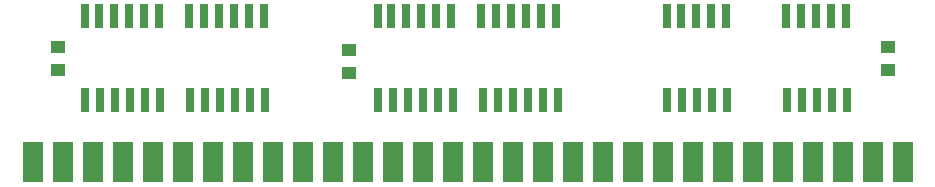
<source format=gbr>
%TF.GenerationSoftware,KiCad,Pcbnew,(5.1.8)-1*%
%TF.CreationDate,2021-01-03T01:53:39+11:00*%
%TF.ProjectId,30pinsimm,33307069-6e73-4696-9d6d-2e6b69636164,rev?*%
%TF.SameCoordinates,Original*%
%TF.FileFunction,Soldermask,Top*%
%TF.FilePolarity,Negative*%
%FSLAX46Y46*%
G04 Gerber Fmt 4.6, Leading zero omitted, Abs format (unit mm)*
G04 Created by KiCad (PCBNEW (5.1.8)-1) date 2021-01-03 01:53:39*
%MOMM*%
%LPD*%
G01*
G04 APERTURE LIST*
%ADD10R,0.800000X2.000000*%
%ADD11R,1.780000X3.500000*%
%ADD12R,1.250000X1.000000*%
G04 APERTURE END LIST*
D10*
%TO.C,U2*%
X145288000Y-97155000D03*
X142748000Y-97155000D03*
X145415000Y-104267000D03*
X142875000Y-104267000D03*
X151638000Y-97155000D03*
X150368000Y-97155000D03*
X149098000Y-97155000D03*
X147828000Y-97155000D03*
X146558000Y-97155000D03*
X141478000Y-97155000D03*
X140208000Y-97155000D03*
X138938000Y-97155000D03*
X137668000Y-97155000D03*
X136525000Y-97155000D03*
X136525000Y-104267000D03*
X137795000Y-104267000D03*
X139065000Y-104267000D03*
X140335000Y-104267000D03*
X141605000Y-104267000D03*
X146685000Y-104267000D03*
X147955000Y-104267000D03*
X149225000Y-104267000D03*
X150495000Y-104267000D03*
X151765000Y-104267000D03*
%TD*%
%TO.C,U1*%
X120523000Y-97155000D03*
X117983000Y-97155000D03*
X120650000Y-104267000D03*
X118110000Y-104267000D03*
X126873000Y-97155000D03*
X125603000Y-97155000D03*
X124333000Y-97155000D03*
X123063000Y-97155000D03*
X121793000Y-97155000D03*
X116713000Y-97155000D03*
X115443000Y-97155000D03*
X114173000Y-97155000D03*
X112903000Y-97155000D03*
X111760000Y-97155000D03*
X111760000Y-104267000D03*
X113030000Y-104267000D03*
X114300000Y-104267000D03*
X115570000Y-104267000D03*
X116840000Y-104267000D03*
X121920000Y-104267000D03*
X123190000Y-104267000D03*
X124460000Y-104267000D03*
X125730000Y-104267000D03*
X127000000Y-104267000D03*
%TD*%
%TO.C,U3*%
X176149000Y-97155000D03*
X174879000Y-97155000D03*
X173609000Y-97155000D03*
X172339000Y-97155000D03*
X171069000Y-97155000D03*
X165989000Y-97155000D03*
X164719000Y-97155000D03*
X163449000Y-97155000D03*
X162179000Y-97155000D03*
X161036000Y-97155000D03*
X161036000Y-104267000D03*
X162306000Y-104267000D03*
X163576000Y-104267000D03*
X164846000Y-104267000D03*
X166116000Y-104267000D03*
X171196000Y-104267000D03*
X172466000Y-104267000D03*
X173736000Y-104267000D03*
X175006000Y-104267000D03*
X176276000Y-104267000D03*
%TD*%
D11*
%TO.C,SIMM1*%
X158115000Y-109477000D03*
X155575000Y-109477000D03*
X178435000Y-109477000D03*
X175895000Y-109477000D03*
X173355000Y-109477000D03*
X153035000Y-109477000D03*
X180975000Y-109477000D03*
X170815000Y-109477000D03*
X147955000Y-109477000D03*
X168275000Y-109477000D03*
X160655000Y-109477000D03*
X150495000Y-109477000D03*
X165735000Y-109477000D03*
X163195000Y-109477000D03*
X135255000Y-109477000D03*
X132715000Y-109477000D03*
X130175000Y-109477000D03*
X145415000Y-109477000D03*
X137795000Y-109477000D03*
X127635000Y-109477000D03*
X142875000Y-109477000D03*
X140335000Y-109477000D03*
X122555000Y-109477000D03*
X125095000Y-109477000D03*
X120015000Y-109477000D03*
X117475000Y-109477000D03*
X114935000Y-109477000D03*
X112395000Y-109477000D03*
X109855000Y-109477000D03*
X107315000Y-109477000D03*
%TD*%
D12*
%TO.C,C3*%
X179705000Y-99711000D03*
X179705000Y-101711000D03*
%TD*%
%TO.C,C2*%
X134112000Y-99965000D03*
X134112000Y-101965000D03*
%TD*%
%TO.C,C1*%
X109474000Y-99711000D03*
X109474000Y-101711000D03*
%TD*%
M02*

</source>
